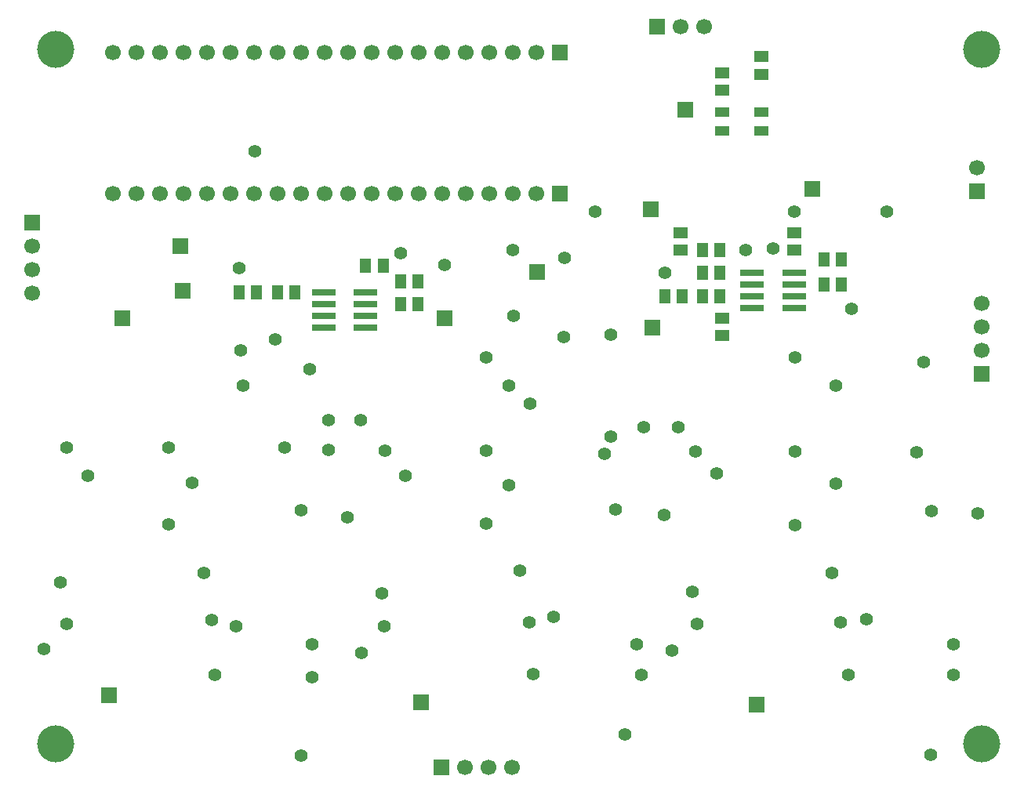
<source format=gts>
G04 Layer_Color=8388736*
%FSAX44Y44*%
%MOMM*%
G71*
G01*
G75*
%ADD27R,1.6000X1.0000*%
%ADD28R,2.5000X0.8000*%
%ADD29R,1.1652X1.6224*%
%ADD30R,1.6224X1.1652*%
%ADD31C,4.0000*%
%ADD32R,1.7000X1.7000*%
%ADD33C,1.7000*%
%ADD34R,1.7000X1.7000*%
%ADD35C,1.4000*%
D27*
X00870000Y00807500D02*
D03*
Y00787500D02*
D03*
X00912500D02*
D03*
Y00807500D02*
D03*
D28*
X00947500Y00595800D02*
D03*
Y00608500D02*
D03*
Y00621200D02*
D03*
Y00633900D02*
D03*
X00902500Y00595800D02*
D03*
Y00608500D02*
D03*
Y00621200D02*
D03*
Y00633900D02*
D03*
X00485000Y00574500D02*
D03*
Y00587200D02*
D03*
Y00599900D02*
D03*
Y00612600D02*
D03*
X00440000Y00574500D02*
D03*
Y00587200D02*
D03*
Y00599900D02*
D03*
Y00612600D02*
D03*
D29*
X00367400D02*
D03*
X00348604D02*
D03*
X00503796Y00642000D02*
D03*
X00485000D02*
D03*
X00522602Y00625000D02*
D03*
X00541398D02*
D03*
X00979800Y00648700D02*
D03*
X00998596D02*
D03*
X00848704Y00633900D02*
D03*
X00867500D02*
D03*
X00389604Y00612600D02*
D03*
X00408400D02*
D03*
X00522602Y00600000D02*
D03*
X00541398D02*
D03*
X00998596Y00621200D02*
D03*
X00979800D02*
D03*
X00808102Y00609102D02*
D03*
X00826898D02*
D03*
X00867500D02*
D03*
X00848704D02*
D03*
Y00658698D02*
D03*
X00867500D02*
D03*
D30*
X00947500Y00658900D02*
D03*
Y00677696D02*
D03*
X00825000Y00658500D02*
D03*
Y00677296D02*
D03*
X00870000Y00585398D02*
D03*
Y00566602D02*
D03*
X00870000Y00831204D02*
D03*
Y00850000D02*
D03*
X00912500Y00867500D02*
D03*
Y00848704D02*
D03*
D31*
X01150000Y00875000D02*
D03*
X00150000D02*
D03*
X01150000Y00125000D02*
D03*
X00150000D02*
D03*
D32*
X00694800Y00872400D02*
D03*
Y00720000D02*
D03*
X01145000Y00722500D02*
D03*
X00285000Y00662500D02*
D03*
X00799600Y00900000D02*
D03*
X00566700Y00100000D02*
D03*
D33*
X00669400Y00872400D02*
D03*
X00644000D02*
D03*
X00618600D02*
D03*
X00593200D02*
D03*
X00567800D02*
D03*
X00542400D02*
D03*
X00517000D02*
D03*
X00491600D02*
D03*
X00466200D02*
D03*
X00440800D02*
D03*
X00415400D02*
D03*
X00390000D02*
D03*
X00364600D02*
D03*
X00339200D02*
D03*
X00313800D02*
D03*
X00212200D02*
D03*
X00237600D02*
D03*
X00263000D02*
D03*
X00288400D02*
D03*
Y00720000D02*
D03*
X00263000D02*
D03*
X00237600D02*
D03*
X00212200D02*
D03*
X00313800D02*
D03*
X00339200D02*
D03*
X00364600D02*
D03*
X00390000D02*
D03*
X00415400D02*
D03*
X00440800D02*
D03*
X00466200D02*
D03*
X00491600D02*
D03*
X00517000D02*
D03*
X00542400D02*
D03*
X00567800D02*
D03*
X00593200D02*
D03*
X00618600D02*
D03*
X00644000D02*
D03*
X00669400D02*
D03*
X00125000Y00611700D02*
D03*
Y00637100D02*
D03*
Y00662500D02*
D03*
X01145000Y00747900D02*
D03*
X00850400Y00900000D02*
D03*
X00825000D02*
D03*
X01150000Y00600800D02*
D03*
Y00575400D02*
D03*
Y00550000D02*
D03*
X00642900Y00100000D02*
D03*
X00617500D02*
D03*
X00592100D02*
D03*
D34*
X00125000Y00687900D02*
D03*
X00207500Y00177500D02*
D03*
X00222500Y00585000D02*
D03*
X00670000Y00635000D02*
D03*
X00792500Y00702500D02*
D03*
X00287500Y00615000D02*
D03*
X00967500Y00725000D02*
D03*
X00795000Y00575000D02*
D03*
X00830000Y00810000D02*
D03*
X00570000Y00585000D02*
D03*
X01150000Y00524600D02*
D03*
X00545000Y00170000D02*
D03*
X00907500Y00167500D02*
D03*
D35*
X00755000Y00378796D02*
D03*
X00651296Y00312500D02*
D03*
X00505000Y00252500D02*
D03*
X00427500Y00232500D02*
D03*
X00415000Y00377500D02*
D03*
X00480602Y00223194D02*
D03*
X00465000Y00370000D02*
D03*
X00425000Y00530000D02*
D03*
X00644000Y00659000D02*
D03*
X00700000Y00650000D02*
D03*
X00365000Y00765000D02*
D03*
X01047500Y00700000D02*
D03*
X00947500D02*
D03*
X00732500D02*
D03*
X00925000Y00660000D02*
D03*
X00895302Y00658698D02*
D03*
X01010000Y00595000D02*
D03*
X01087500Y00537500D02*
D03*
X00992500Y00512500D02*
D03*
X00948850Y00542500D02*
D03*
X01080000Y00440000D02*
D03*
X01145602Y00373796D02*
D03*
X01095602Y00376496D02*
D03*
X01120000Y00232500D02*
D03*
Y00200000D02*
D03*
X01095000Y00113302D02*
D03*
X01006150Y00200000D02*
D03*
X00997446Y00256204D02*
D03*
X01025602Y00260000D02*
D03*
X00988650Y00310000D02*
D03*
X00948850Y00361898D02*
D03*
X00992500Y00406496D02*
D03*
X00948850Y00441150D02*
D03*
X00822500Y00467500D02*
D03*
X00841150Y00440798D02*
D03*
X00785000Y00467500D02*
D03*
X00750000Y00457500D02*
D03*
X00743102Y00438194D02*
D03*
X00662500Y00492500D02*
D03*
X00640000Y00512500D02*
D03*
X00615402Y00542500D02*
D03*
X00698704Y00565000D02*
D03*
X00645000Y00587500D02*
D03*
X00570000Y00642500D02*
D03*
X00522500Y00655000D02*
D03*
X00348604Y00638896D02*
D03*
X00162500Y00445000D02*
D03*
X00272300D02*
D03*
X00185000Y00415000D02*
D03*
X00272300Y00362500D02*
D03*
X00297500Y00407500D02*
D03*
X00310000Y00310000D02*
D03*
X00318796Y00258704D02*
D03*
X00345000Y00252500D02*
D03*
X00322500Y00200000D02*
D03*
X00415000Y00112500D02*
D03*
X00765000Y00135000D02*
D03*
X00782500Y00200000D02*
D03*
X00777500Y00232500D02*
D03*
X00816150Y00225998D02*
D03*
X00842500Y00255000D02*
D03*
X00838048Y00289306D02*
D03*
X00807500Y00372500D02*
D03*
X00640000Y00405000D02*
D03*
X00615402Y00441991D02*
D03*
X00480000Y00475000D02*
D03*
X00445000D02*
D03*
X00397500Y00445000D02*
D03*
X00352500Y00512500D02*
D03*
X00350000Y00550000D02*
D03*
X00387500Y00562500D02*
D03*
X00137500Y00227500D02*
D03*
X00162500Y00255000D02*
D03*
X00155000Y00300000D02*
D03*
X00750000Y00567500D02*
D03*
X00863650Y00417500D02*
D03*
X00665602Y00200694D02*
D03*
X00661898Y00256898D02*
D03*
X00688102Y00262500D02*
D03*
X00615402Y00363194D02*
D03*
X00527500Y00415000D02*
D03*
X00505602Y00441991D02*
D03*
X00445000Y00442500D02*
D03*
X00427500Y00197500D02*
D03*
X00808102Y00634398D02*
D03*
X00502500Y00287500D02*
D03*
M02*

</source>
